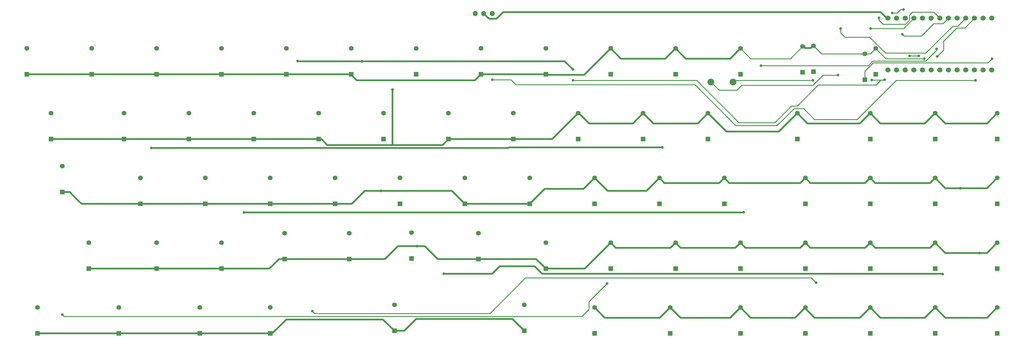
<source format=gtl>
G04 #@! TF.GenerationSoftware,KiCad,Pcbnew,(5.1.10-1-10_14)*
G04 #@! TF.CreationDate,2021-12-29T22:31:36+09:00*
G04 #@! TF.ProjectId,9674GL,39363734-474c-42e6-9b69-6361645f7063,rev?*
G04 #@! TF.SameCoordinates,Original*
G04 #@! TF.FileFunction,Copper,L1,Top*
G04 #@! TF.FilePolarity,Positive*
%FSLAX46Y46*%
G04 Gerber Fmt 4.6, Leading zero omitted, Abs format (unit mm)*
G04 Created by KiCad (PCBNEW (5.1.10-1-10_14)) date 2021-12-29 22:31:36*
%MOMM*%
%LPD*%
G01*
G04 APERTURE LIST*
G04 #@! TA.AperFunction,ComponentPad*
%ADD10C,1.397000*%
G04 #@! TD*
G04 #@! TA.AperFunction,ComponentPad*
%ADD11R,1.397000X1.397000*%
G04 #@! TD*
G04 #@! TA.AperFunction,ComponentPad*
%ADD12O,1.500000X1.500000*%
G04 #@! TD*
G04 #@! TA.AperFunction,ComponentPad*
%ADD13C,1.524000*%
G04 #@! TD*
G04 #@! TA.AperFunction,ComponentPad*
%ADD14C,2.000000*%
G04 #@! TD*
G04 #@! TA.AperFunction,ViaPad*
%ADD15C,0.800000*%
G04 #@! TD*
G04 #@! TA.AperFunction,Conductor*
%ADD16C,0.250000*%
G04 #@! TD*
G04 #@! TA.AperFunction,Conductor*
%ADD17C,0.500000*%
G04 #@! TD*
G04 APERTURE END LIST*
D10*
X64293750Y-105727500D03*
D11*
X64293750Y-113347500D03*
D10*
X37306250Y-29527500D03*
D11*
X37306250Y-37147500D03*
D10*
X322262500Y-105727500D03*
D11*
X322262500Y-113347500D03*
D10*
X322262500Y-86677500D03*
D11*
X322262500Y-94297500D03*
D10*
X322262500Y-67627500D03*
D11*
X322262500Y-75247500D03*
D10*
X322262500Y-48577500D03*
D11*
X322262500Y-56197500D03*
D10*
X283368750Y-31115000D03*
D11*
X283368750Y-38735000D03*
D10*
X304006250Y-105727500D03*
D11*
X304006250Y-113347500D03*
D10*
X304006250Y-86677500D03*
D11*
X304006250Y-94297500D03*
D10*
X304006250Y-67627500D03*
D11*
X304006250Y-75247500D03*
D10*
X304006250Y-48577500D03*
D11*
X304006250Y-56197500D03*
D10*
X286543750Y-29527500D03*
D11*
X286543750Y-37147500D03*
D10*
X284956250Y-105727500D03*
D11*
X284956250Y-113347500D03*
D10*
X284956250Y-86677500D03*
D11*
X284956250Y-94297500D03*
D10*
X284956250Y-67627500D03*
D11*
X284956250Y-75247500D03*
D10*
X284956250Y-48577500D03*
D11*
X284956250Y-56197500D03*
D10*
X268287500Y-28733750D03*
D11*
X268287500Y-36353750D03*
D10*
X265906250Y-105727500D03*
D11*
X265906250Y-113347500D03*
D10*
X265906250Y-86677500D03*
D11*
X265906250Y-94297500D03*
D10*
X265906250Y-67627500D03*
D11*
X265906250Y-75247500D03*
D10*
X263525000Y-48577500D03*
D11*
X263525000Y-56197500D03*
D10*
X265112500Y-28921250D03*
D11*
X265112500Y-36541250D03*
D10*
X246856250Y-105727500D03*
D11*
X246856250Y-113347500D03*
D10*
X246856250Y-86677500D03*
D11*
X246856250Y-94297500D03*
D10*
X242093750Y-67627500D03*
D11*
X242093750Y-75247500D03*
D10*
X237331250Y-48577500D03*
D11*
X237331250Y-56197500D03*
D10*
X246856250Y-29527500D03*
D11*
X246856250Y-37147500D03*
D10*
X226218750Y-105727500D03*
D11*
X226218750Y-113347500D03*
D10*
X227806250Y-86677500D03*
D11*
X227806250Y-94297500D03*
D10*
X223043750Y-67627500D03*
D11*
X223043750Y-75247500D03*
D10*
X218281250Y-48577500D03*
D11*
X218281250Y-56197500D03*
D10*
X227806250Y-29527500D03*
D11*
X227806250Y-37147500D03*
D10*
X203993750Y-105727500D03*
D11*
X203993750Y-113347500D03*
D10*
X208756250Y-86677500D03*
D11*
X208756250Y-94297500D03*
D10*
X203993750Y-67627500D03*
D11*
X203993750Y-75247500D03*
D10*
X199231250Y-48577500D03*
D11*
X199231250Y-56197500D03*
D10*
X208756250Y-29527500D03*
D11*
X208756250Y-37147500D03*
D10*
X189706250Y-86677500D03*
D11*
X189706250Y-94297500D03*
D10*
X184943750Y-67627500D03*
D11*
X184943750Y-75247500D03*
D10*
X180181250Y-48577500D03*
D11*
X180181250Y-56197500D03*
D10*
X189706250Y-29527500D03*
D11*
X189706250Y-37147500D03*
D10*
X183356250Y-104933750D03*
D11*
X183356250Y-112553750D03*
D10*
X169926000Y-83820000D03*
D11*
X169926000Y-91440000D03*
D10*
X165893750Y-67627500D03*
D11*
X165893750Y-75247500D03*
D10*
X161131250Y-48577500D03*
D11*
X161131250Y-56197500D03*
D10*
X170656250Y-29527500D03*
D11*
X170656250Y-37147500D03*
D10*
X150241000Y-83693000D03*
D11*
X150241000Y-91313000D03*
D10*
X146843750Y-67627500D03*
D11*
X146843750Y-75247500D03*
D10*
X142081250Y-48577500D03*
D11*
X142081250Y-56197500D03*
D10*
X151606250Y-29527500D03*
D11*
X151606250Y-37147500D03*
D10*
X132556250Y-29527500D03*
D11*
X132556250Y-37147500D03*
D10*
X145256250Y-104933750D03*
D11*
X145256250Y-112553750D03*
D10*
X131953000Y-83820000D03*
D11*
X131953000Y-91440000D03*
D10*
X127793750Y-67627500D03*
D11*
X127793750Y-75247500D03*
D10*
X123031250Y-48577500D03*
D11*
X123031250Y-56197500D03*
D10*
X113506250Y-29527500D03*
D11*
X113506250Y-37147500D03*
D10*
X108743750Y-105727500D03*
D11*
X108743750Y-113347500D03*
D10*
X113030000Y-83820000D03*
D11*
X113030000Y-91440000D03*
D10*
X108743750Y-67627500D03*
D11*
X108743750Y-75247500D03*
D10*
X103981250Y-48577500D03*
D11*
X103981250Y-56197500D03*
D10*
X94456250Y-29527500D03*
D11*
X94456250Y-37147500D03*
D10*
X88106250Y-105727500D03*
D11*
X88106250Y-113347500D03*
D10*
X94456250Y-86677500D03*
D11*
X94456250Y-94297500D03*
D10*
X89693750Y-67627500D03*
D11*
X89693750Y-75247500D03*
D10*
X84931250Y-48577500D03*
D11*
X84931250Y-56197500D03*
D10*
X75406250Y-29527500D03*
D11*
X75406250Y-37147500D03*
D10*
X75406250Y-86677500D03*
D11*
X75406250Y-94297500D03*
D10*
X70643750Y-67627500D03*
D11*
X70643750Y-75247500D03*
D10*
X65881250Y-48577500D03*
D11*
X65881250Y-56197500D03*
D10*
X56356250Y-29527500D03*
D11*
X56356250Y-37147500D03*
D10*
X40481250Y-105727500D03*
D11*
X40481250Y-113347500D03*
D10*
X55562500Y-86677500D03*
D11*
X55562500Y-94297500D03*
D10*
X47752000Y-64135000D03*
D11*
X47752000Y-71755000D03*
D10*
X44450000Y-48577500D03*
D11*
X44450000Y-56197500D03*
D12*
X173950000Y-19227000D03*
X171450000Y-19227000D03*
X168950000Y-19227000D03*
D13*
X290163250Y-20637500D03*
X290163250Y-35857500D03*
X292703250Y-35857500D03*
X295243250Y-35857500D03*
X297783250Y-35857500D03*
X300323250Y-35857500D03*
X302863250Y-35857500D03*
X305403250Y-35857500D03*
X307943250Y-35857500D03*
X310483250Y-35857500D03*
X313023250Y-35857500D03*
X315563250Y-35857500D03*
X318103250Y-35857500D03*
X320643250Y-35857500D03*
X320643250Y-20637500D03*
X318103250Y-20637500D03*
X315563250Y-20637500D03*
X313023250Y-20637500D03*
X310483250Y-20637500D03*
X307943250Y-20637500D03*
X305403250Y-20637500D03*
X302863250Y-20637500D03*
X300323250Y-20637500D03*
X297783250Y-20637500D03*
X295243250Y-20637500D03*
X292703250Y-20637500D03*
D14*
X244677000Y-39370000D03*
X238177000Y-39370000D03*
D15*
X291425000Y-19075000D03*
X294700000Y-18075000D03*
X207645000Y-98679000D03*
X47768750Y-107843750D03*
X287525000Y-20500000D03*
X73875001Y-58793751D03*
X294354999Y-25320001D03*
X223931250Y-58593750D03*
X247793750Y-77643750D03*
X252868751Y-34587501D03*
X101112500Y-77787500D03*
X304475000Y-29650000D03*
X276225000Y-23656002D03*
X269081250Y-98425000D03*
X121150000Y-106807000D03*
X197643750Y-35718750D03*
X197643750Y-38893750D03*
X135731250Y-33337500D03*
X116825000Y-33225000D03*
X304575000Y-31875000D03*
X285425000Y-38800000D03*
X289225000Y-38750000D03*
X159771501Y-95815999D03*
X306197000Y-95885000D03*
X173975000Y-38750000D03*
X315912500Y-38893750D03*
X299200000Y-31725000D03*
X296525000Y-31725000D03*
X320675000Y-32543750D03*
X268128750Y-38893750D03*
X275497749Y-37377251D03*
X285075000Y-23650000D03*
X300831250Y-32543750D03*
X144667499Y-41592499D03*
X141287500Y-71437500D03*
X311404000Y-70612000D03*
X316992000Y-89662000D03*
X151892000Y-87630000D03*
D16*
X294700000Y-18075000D02*
X293850000Y-18075000D01*
X293850000Y-18075000D02*
X292850000Y-19075000D01*
X292850000Y-19075000D02*
X291425000Y-19075000D01*
X287525000Y-21225000D02*
X287525000Y-20500000D01*
X288675000Y-22375000D02*
X287525000Y-21225000D01*
X296500000Y-19675000D02*
X296500000Y-21150000D01*
X297325000Y-18850000D02*
X296500000Y-19675000D01*
X305403250Y-20637500D02*
X303615750Y-18850000D01*
X303615750Y-18850000D02*
X297325000Y-18850000D01*
X295275000Y-22375000D02*
X288675000Y-22375000D01*
X296500000Y-21150000D02*
X295275000Y-22375000D01*
X287575000Y-20775000D02*
X287575000Y-20550000D01*
X48256000Y-108331000D02*
X47768750Y-107843750D01*
X199517000Y-108331000D02*
X198247000Y-108331000D01*
X202311000Y-106299000D02*
X200279000Y-108331000D01*
X200279000Y-108331000D02*
X198247000Y-108331000D01*
X207645000Y-98679000D02*
X202311000Y-104013000D01*
X202311000Y-104013000D02*
X202311000Y-106299000D01*
X198247000Y-108331000D02*
X48256000Y-108331000D01*
D17*
X178667747Y-58793751D02*
X73875001Y-58793751D01*
X178867748Y-58593750D02*
X178667747Y-58793751D01*
X73875001Y-58793751D02*
X73875001Y-58793751D01*
D16*
X299975000Y-25850000D02*
X303575000Y-22250000D01*
X306330750Y-22250000D02*
X307943250Y-20637500D01*
X303575000Y-22250000D02*
X306330750Y-22250000D01*
X294354999Y-25320001D02*
X294884998Y-25850000D01*
X294884998Y-25850000D02*
X299975000Y-25850000D01*
D17*
X223931250Y-58593750D02*
X178867748Y-58593750D01*
D16*
X252868751Y-34587501D02*
X252868751Y-34587501D01*
D17*
X144081500Y-77787500D02*
X101112500Y-77787500D01*
D16*
X285669839Y-33268751D02*
X285871751Y-33268751D01*
X284351089Y-34587501D02*
X285669839Y-33268751D01*
X252868751Y-34587501D02*
X284351089Y-34587501D01*
X301179251Y-33268751D02*
X301272501Y-33175501D01*
X301179251Y-33268751D02*
X302487499Y-31960503D01*
X304475000Y-29650000D02*
X304475000Y-29973002D01*
X304475000Y-29825000D02*
X304475000Y-29650000D01*
X304475000Y-29973002D02*
X301272501Y-33175501D01*
X285871751Y-33268751D02*
X301179251Y-33268751D01*
D17*
X144462500Y-77787500D02*
X144081500Y-77787500D01*
X247650000Y-77787500D02*
X247793750Y-77643750D01*
X144081500Y-77787500D02*
X247650000Y-77787500D01*
D16*
X313023250Y-20637500D02*
X310642000Y-23018750D01*
X309149750Y-23018750D02*
X301268499Y-30900001D01*
X310642000Y-23018750D02*
X309149750Y-23018750D01*
X301268499Y-30900001D02*
X289431033Y-30900001D01*
X276225000Y-24892000D02*
X276225000Y-23656002D01*
X289431033Y-30900001D02*
X284724782Y-26193750D01*
X284724782Y-26193750D02*
X277526750Y-26193750D01*
X277526750Y-26193750D02*
X276225000Y-24892000D01*
X269081250Y-98425000D02*
X269081250Y-98425000D01*
X267606250Y-96950000D02*
X269081250Y-98425000D01*
X183700000Y-96950000D02*
X267606250Y-96950000D01*
X183068750Y-97631250D02*
X183068750Y-97581250D01*
X173258000Y-107442000D02*
X183068750Y-97631250D01*
X183068750Y-97581250D02*
X183700000Y-96950000D01*
X121785000Y-107442000D02*
X173258000Y-107442000D01*
X121150000Y-106807000D02*
X121785000Y-107442000D01*
D17*
X135731250Y-33337500D02*
X135731250Y-33337500D01*
X195262500Y-33337500D02*
X197643750Y-35718750D01*
X135731250Y-33337500D02*
X195262500Y-33337500D01*
X197643750Y-35718750D02*
X197643750Y-35718750D01*
X135731250Y-33337500D02*
X135731250Y-33337500D01*
X135731250Y-33337500D02*
X117112500Y-33337500D01*
D16*
X304575000Y-31875000D02*
X304575000Y-31875000D01*
X285425000Y-38800000D02*
X286675000Y-38800000D01*
X289175000Y-38800000D02*
X289225000Y-38750000D01*
X288125000Y-38800000D02*
X289175000Y-38800000D01*
X310380238Y-23468760D02*
X306451000Y-27397998D01*
X306451000Y-27397998D02*
X306451000Y-29999000D01*
X306451000Y-29999000D02*
X304575000Y-31875000D01*
X315563250Y-20637500D02*
X312731990Y-23468760D01*
X312731990Y-23468760D02*
X310380238Y-23468760D01*
X233965750Y-38893750D02*
X197643750Y-38893750D01*
X256921000Y-51308000D02*
X246380000Y-51308000D01*
X246380000Y-51308000D02*
X233965750Y-38893750D01*
X261810500Y-46418500D02*
X256921000Y-51308000D01*
X268630000Y-41250000D02*
X268630000Y-41300000D01*
X269630000Y-40250000D02*
X268630000Y-41250000D01*
X268630000Y-41300000D02*
X263511500Y-46418500D01*
X263511500Y-46418500D02*
X261810500Y-46418500D01*
X286675000Y-40250000D02*
X269630000Y-40250000D01*
X287717000Y-39178000D02*
X287732000Y-39193000D01*
X287717000Y-38800000D02*
X287717000Y-39178000D01*
X287732000Y-39193000D02*
X286675000Y-40250000D01*
X288125000Y-38800000D02*
X287732000Y-39193000D01*
X286675000Y-38800000D02*
X287717000Y-38800000D01*
X287717000Y-38800000D02*
X288125000Y-38800000D01*
D17*
X159771501Y-95815999D02*
X159771501Y-95815999D01*
X271859001Y-95815999D02*
X271875000Y-95800000D01*
X186436000Y-93599000D02*
X188652999Y-95815999D01*
X188652999Y-95815999D02*
X271859001Y-95815999D01*
X176149000Y-93599000D02*
X186436000Y-93599000D01*
X173932001Y-95815999D02*
X176149000Y-93599000D01*
X159771501Y-95815999D02*
X173932001Y-95815999D01*
X291380000Y-95800000D02*
X306112000Y-95800000D01*
X306112000Y-95800000D02*
X306197000Y-95885000D01*
X271875000Y-95800000D02*
X291380000Y-95800000D01*
X291380000Y-95800000D02*
X292650000Y-95800000D01*
D16*
X315912500Y-38893750D02*
X315912500Y-38893750D01*
X179450000Y-38750000D02*
X173975000Y-38750000D01*
X180908511Y-40208511D02*
X179450000Y-38750000D01*
X233476489Y-40208511D02*
X180908511Y-40208511D01*
X233730489Y-40462511D02*
X233476489Y-40208511D01*
X243686978Y-50419000D02*
X233730489Y-40462511D01*
X281095000Y-50375000D02*
X292576250Y-38893750D01*
X292576250Y-38893750D02*
X315912500Y-38893750D01*
X268575000Y-50375000D02*
X281095000Y-50375000D01*
X265373500Y-47173500D02*
X268575000Y-50375000D01*
X262579500Y-47173500D02*
X265373500Y-47173500D01*
X257556000Y-52197000D02*
X262579500Y-47173500D01*
X245464978Y-52197000D02*
X257556000Y-52197000D01*
X233730489Y-40462511D02*
X245464978Y-52197000D01*
X299200000Y-31725000D02*
X299225000Y-31725000D01*
X296525000Y-31725000D02*
X299200000Y-31725000D01*
X320675000Y-32543750D02*
X320675000Y-32543750D01*
X319499989Y-33718761D02*
X320675000Y-32543750D01*
X285856239Y-33718761D02*
X319499989Y-33718761D01*
X283368750Y-38735000D02*
X283368750Y-36206250D01*
X283368750Y-36206250D02*
X285856239Y-33718761D01*
X245153250Y-38893750D02*
X244677000Y-39370000D01*
X268128750Y-38893750D02*
X245153250Y-38893750D01*
X297783250Y-20825748D02*
X297783250Y-20637500D01*
X285075000Y-23650000D02*
X285075000Y-23650000D01*
X294770750Y-23650000D02*
X285075000Y-23650000D01*
X297783250Y-20637500D02*
X294770750Y-23650000D01*
X240590000Y-41783000D02*
X245745000Y-41783000D01*
X245745000Y-41783000D02*
X246253000Y-41275000D01*
X238177000Y-39370000D02*
X240590000Y-41783000D01*
X246253000Y-41275000D02*
X246832999Y-40695001D01*
X247205500Y-40322500D02*
X268160500Y-40322500D01*
X246253000Y-41275000D02*
X247205500Y-40322500D01*
X268160500Y-40322500D02*
X269137249Y-39345751D01*
X268160500Y-40322500D02*
X271105749Y-37377251D01*
X271994749Y-37377251D02*
X271184251Y-37377251D01*
X271105749Y-37377251D02*
X271994749Y-37377251D01*
X275497749Y-37377251D02*
X271994749Y-37377251D01*
X290163250Y-20450770D02*
X290163250Y-20637500D01*
D17*
X289837500Y-20637500D02*
X290163250Y-20637500D01*
X171450000Y-19227000D02*
X173012500Y-20789500D01*
X177219000Y-18850000D02*
X288050000Y-18850000D01*
X173012500Y-20789500D02*
X175279500Y-20789500D01*
X175279500Y-20789500D02*
X177219000Y-18850000D01*
X288050000Y-18850000D02*
X289837500Y-20637500D01*
X37306250Y-37147500D02*
X56356250Y-37147500D01*
X56356250Y-37147500D02*
X75406250Y-37147500D01*
X75406250Y-37147500D02*
X94456250Y-37147500D01*
X94456250Y-37147500D02*
X113506250Y-37147500D01*
X113506250Y-37147500D02*
X132556250Y-37147500D01*
X132556250Y-37147500D02*
X132556250Y-37306250D01*
X134143750Y-38893750D02*
X168910000Y-38893750D01*
X168910000Y-38893750D02*
X170656250Y-37147500D01*
X132556250Y-37306250D02*
X134143750Y-38893750D01*
X170656250Y-37147500D02*
X189706250Y-37147500D01*
X208756250Y-29527500D02*
X200977500Y-37306250D01*
X200977500Y-37306250D02*
X189865000Y-37306250D01*
X189865000Y-37306250D02*
X189706250Y-37147500D01*
X230822500Y-32543750D02*
X227806250Y-29527500D01*
X243840000Y-32543750D02*
X230822500Y-32543750D01*
X246856250Y-29527500D02*
X243840000Y-32543750D01*
X211772500Y-32543750D02*
X208756250Y-29527500D01*
X224790000Y-32543750D02*
X211772500Y-32543750D01*
X227806250Y-29527500D02*
X224790000Y-32543750D01*
D16*
X286543750Y-29527500D02*
X289560000Y-32543750D01*
X289560000Y-32543750D02*
X300831250Y-32543750D01*
X284956250Y-31115000D02*
X286543750Y-29527500D01*
X283368750Y-31115000D02*
X284956250Y-31115000D01*
X270668750Y-31115000D02*
X268287500Y-28733750D01*
X283368750Y-31115000D02*
X270668750Y-31115000D01*
X265906250Y-29527500D02*
X267493750Y-29527500D01*
X265718750Y-29527500D02*
X265112500Y-28921250D01*
X265906250Y-29527500D02*
X265718750Y-29527500D01*
X267493750Y-29527500D02*
X267573125Y-29448125D01*
X266858750Y-29527500D02*
X267335000Y-29527500D01*
X265906250Y-29527500D02*
X266858750Y-29527500D01*
D17*
X265112500Y-28921250D02*
X265458750Y-28921250D01*
X265985625Y-29448125D02*
X267573125Y-29448125D01*
X265458750Y-28921250D02*
X265985625Y-29448125D01*
X267573125Y-29448125D02*
X268287500Y-28733750D01*
D16*
X261490000Y-32543750D02*
X261206250Y-32543750D01*
X265112500Y-28921250D02*
X261490000Y-32543750D01*
X246856250Y-29527500D02*
X249872500Y-32543750D01*
X249872500Y-32543750D02*
X261490000Y-32543750D01*
D17*
X44450000Y-56197500D02*
X65881250Y-56197500D01*
X65881250Y-56197500D02*
X84931250Y-56197500D01*
X84931250Y-56197500D02*
X103981250Y-56197500D01*
X103981250Y-56197500D02*
X123031250Y-56197500D01*
X281940000Y-51593750D02*
X284956250Y-48577500D01*
X266541250Y-51593750D02*
X281940000Y-51593750D01*
X263525000Y-48577500D02*
X266541250Y-51593750D01*
X240347500Y-51593750D02*
X237331250Y-48577500D01*
X263525000Y-48577500D02*
X260508750Y-51593750D01*
X221297500Y-51593750D02*
X218281250Y-48577500D01*
X234315000Y-51593750D02*
X221297500Y-51593750D01*
X237331250Y-48577500D02*
X234315000Y-51593750D01*
X218281250Y-48577500D02*
X215265000Y-51593750D01*
X202406250Y-51593750D02*
X199390000Y-48577500D01*
X199390000Y-48577500D02*
X199231250Y-48577500D01*
X215265000Y-51593750D02*
X202406250Y-51593750D01*
X191611250Y-56197500D02*
X180181250Y-56197500D01*
X199231250Y-48577500D02*
X191611250Y-56197500D01*
X180181250Y-56197500D02*
X161131250Y-56197500D01*
X161131250Y-56197500D02*
X161131250Y-56356250D01*
X307022500Y-51593750D02*
X304006250Y-48577500D01*
X319246250Y-51593750D02*
X307022500Y-51593750D01*
X322262500Y-48577500D02*
X319246250Y-51593750D01*
X287972500Y-51593750D02*
X284956250Y-48577500D01*
X300990000Y-51593750D02*
X287972500Y-51593750D01*
X304006250Y-48577500D02*
X300990000Y-51593750D01*
X304006250Y-48577500D02*
X304191249Y-48392501D01*
X144667499Y-41592499D02*
X144667499Y-57738751D01*
D16*
X144667499Y-57738751D02*
X144462500Y-57943750D01*
D17*
X159385000Y-57943750D02*
X161131250Y-56197500D01*
X125571250Y-57943750D02*
X159385000Y-57943750D01*
X123825000Y-56197500D02*
X125571250Y-57943750D01*
X123031250Y-56197500D02*
X123825000Y-56197500D01*
X237331250Y-48577500D02*
X242697000Y-53943250D01*
X258159250Y-53943250D02*
X257905250Y-53943250D01*
X263525000Y-48577500D02*
X258159250Y-53943250D01*
X242697000Y-53943250D02*
X257905250Y-53943250D01*
X258921250Y-53181250D02*
X263525000Y-48577500D01*
X70643750Y-75247500D02*
X89693750Y-75247500D01*
X89693750Y-75247500D02*
X108743750Y-75247500D01*
X108743750Y-75247500D02*
X127793750Y-75247500D01*
X142081250Y-56197500D02*
X142081250Y-56356250D01*
X307022500Y-70643750D02*
X304006250Y-67627500D01*
X319246250Y-70643750D02*
X307022500Y-70643750D01*
X322262500Y-67627500D02*
X319246250Y-70643750D01*
X286453751Y-69125001D02*
X284956250Y-67627500D01*
X302508749Y-69125001D02*
X286453751Y-69125001D01*
X304006250Y-67627500D02*
X302508749Y-69125001D01*
X267403751Y-69125001D02*
X265906250Y-67627500D01*
X283458749Y-69125001D02*
X267403751Y-69125001D01*
X284956250Y-67627500D02*
X283458749Y-69125001D01*
X243591251Y-69125001D02*
X242093750Y-67627500D01*
X264408749Y-69125001D02*
X243591251Y-69125001D01*
X265906250Y-67627500D02*
X264408749Y-69125001D01*
X224541251Y-69125001D02*
X223043750Y-67627500D01*
X240596249Y-69125001D02*
X224541251Y-69125001D01*
X242093750Y-67627500D02*
X240596249Y-69125001D01*
X203993750Y-67627500D02*
X200818750Y-70802500D01*
X189388750Y-70802500D02*
X184943750Y-75247500D01*
X200818750Y-70802500D02*
X189388750Y-70802500D01*
X184943750Y-75247500D02*
X165893750Y-75247500D01*
X162083750Y-71437500D02*
X165893750Y-75247500D01*
X141287500Y-71437500D02*
X162083750Y-71437500D01*
X136525000Y-71437500D02*
X141287500Y-71437500D01*
X127793750Y-75247500D02*
X132715000Y-75247500D01*
X132715000Y-75247500D02*
X136525000Y-71437500D01*
X207803750Y-71437500D02*
X219233750Y-71437500D01*
X219233750Y-71437500D02*
X223043750Y-67627500D01*
X203993750Y-67627500D02*
X207803750Y-71437500D01*
X58864500Y-75247500D02*
X70643750Y-75247500D01*
X52260500Y-74104500D02*
X53403500Y-75247500D01*
X53403500Y-75247500D02*
X58864500Y-75247500D01*
X49911000Y-71755000D02*
X52260500Y-74104500D01*
X47752000Y-71755000D02*
X49911000Y-71755000D01*
X51816000Y-73660000D02*
X52260500Y-74104500D01*
X55562500Y-94297500D02*
X75406250Y-94297500D01*
X75406250Y-94297500D02*
X94456250Y-94297500D01*
X307022500Y-89693750D02*
X304006250Y-86677500D01*
X319246250Y-89693750D02*
X311150000Y-89693750D01*
X322262500Y-86677500D02*
X319246250Y-89693750D01*
X311150000Y-89693750D02*
X307022500Y-89693750D01*
X201136250Y-94297500D02*
X208756250Y-86677500D01*
X189706250Y-94297500D02*
X201136250Y-94297500D01*
X226308749Y-88175001D02*
X227806250Y-86677500D01*
X210253751Y-88175001D02*
X226308749Y-88175001D01*
X208756250Y-86677500D02*
X210253751Y-88175001D01*
X245358749Y-88175001D02*
X246856250Y-86677500D01*
X229303751Y-88175001D02*
X245358749Y-88175001D01*
X227806250Y-86677500D02*
X229303751Y-88175001D01*
X264408749Y-88175001D02*
X265906250Y-86677500D01*
X248353751Y-88175001D02*
X264408749Y-88175001D01*
X246856250Y-86677500D02*
X248353751Y-88175001D01*
X283458749Y-88175001D02*
X284956250Y-86677500D01*
X267403751Y-88175001D02*
X283458749Y-88175001D01*
X265906250Y-86677500D02*
X267403751Y-88175001D01*
X302508749Y-88175001D02*
X304006250Y-86677500D01*
X286453751Y-88175001D02*
X302508749Y-88175001D01*
X284956250Y-86677500D02*
X286453751Y-88175001D01*
X187737750Y-92329000D02*
X189706250Y-94297500D01*
X113030000Y-91440000D02*
X117348000Y-91440000D01*
X113030000Y-91440000D02*
X111379000Y-91440000D01*
X111379000Y-91440000D02*
X108521500Y-94297500D01*
X94456250Y-94297500D02*
X108521500Y-94297500D01*
X113030000Y-91440000D02*
X131953000Y-91440000D01*
X140335000Y-91440000D02*
X141478000Y-91440000D01*
X131953000Y-91440000D02*
X140335000Y-91440000D01*
X157988000Y-91440000D02*
X169926000Y-91440000D01*
X157988000Y-91440000D02*
X158369000Y-91440000D01*
X186848750Y-91440000D02*
X189706250Y-94297500D01*
X169926000Y-91440000D02*
X186848750Y-91440000D01*
X142494000Y-91440000D02*
X140335000Y-91440000D01*
X146304000Y-87630000D02*
X151892000Y-87630000D01*
X142494000Y-91440000D02*
X146304000Y-87630000D01*
X154178000Y-87630000D02*
X157988000Y-91440000D01*
X154178000Y-87630000D02*
X151892000Y-87630000D01*
X307022500Y-108743750D02*
X304006250Y-105727500D01*
X319246250Y-108743750D02*
X307022500Y-108743750D01*
X322262500Y-105727500D02*
X319246250Y-108743750D01*
X287972500Y-108743750D02*
X284956250Y-105727500D01*
X300990000Y-108743750D02*
X287972500Y-108743750D01*
X304006250Y-105727500D02*
X300990000Y-108743750D01*
X265906250Y-106052252D02*
X265906250Y-105727500D01*
X284956250Y-105727500D02*
X281940000Y-108743750D01*
X281940000Y-108743750D02*
X268597748Y-108743750D01*
X268597748Y-108743750D02*
X265906250Y-106052252D01*
X262890000Y-108743750D02*
X249872500Y-108743750D01*
X249872500Y-108743750D02*
X246856250Y-105727500D01*
X265906250Y-105727500D02*
X262890000Y-108743750D01*
X229235000Y-108743750D02*
X243840000Y-108743750D01*
X243840000Y-108743750D02*
X246856250Y-105727500D01*
X226218750Y-105727500D02*
X229235000Y-108743750D01*
X207010000Y-108743750D02*
X203993750Y-105727500D01*
X223202500Y-108743750D02*
X207010000Y-108743750D01*
X226218750Y-105727500D02*
X223202500Y-108743750D01*
X64293750Y-113347500D02*
X88106250Y-113347500D01*
X88106250Y-113347500D02*
X108743750Y-113347500D01*
X40481250Y-113347500D02*
X64293750Y-113347500D01*
X145256250Y-112553750D02*
X148177250Y-112553750D01*
X148177250Y-112553750D02*
X151638000Y-109093000D01*
X179895500Y-109093000D02*
X183356250Y-112553750D01*
X151638000Y-109093000D02*
X179895500Y-109093000D01*
X108743750Y-113347500D02*
X109410500Y-113347500D01*
X113538000Y-109220000D02*
X141922500Y-109220000D01*
X141922500Y-109220000D02*
X145256250Y-112553750D01*
X109410500Y-113347500D02*
X113538000Y-109220000D01*
M02*

</source>
